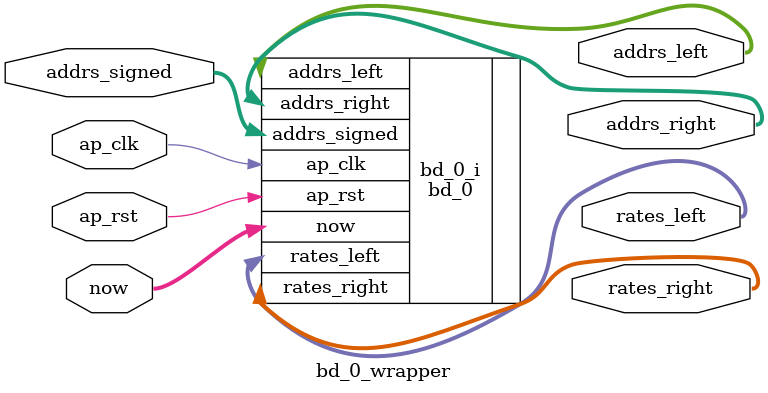
<source format=v>
`timescale 1 ps / 1 ps

module bd_0_wrapper
   (addrs_left,
    addrs_right,
    addrs_signed,
    ap_clk,
    ap_rst,
    now,
    rates_left,
    rates_right);
  output [191:0]addrs_left;
  output [191:0]addrs_right;
  input [39:0]addrs_signed;
  input ap_clk;
  input ap_rst;
  input [11:0]now;
  output [79:0]rates_left;
  output [95:0]rates_right;

  wire [191:0]addrs_left;
  wire [191:0]addrs_right;
  wire [39:0]addrs_signed;
  wire ap_clk;
  wire ap_rst;
  wire [11:0]now;
  wire [79:0]rates_left;
  wire [95:0]rates_right;

  bd_0 bd_0_i
       (.addrs_left(addrs_left),
        .addrs_right(addrs_right),
        .addrs_signed(addrs_signed),
        .ap_clk(ap_clk),
        .ap_rst(ap_rst),
        .now(now),
        .rates_left(rates_left),
        .rates_right(rates_right));
endmodule

</source>
